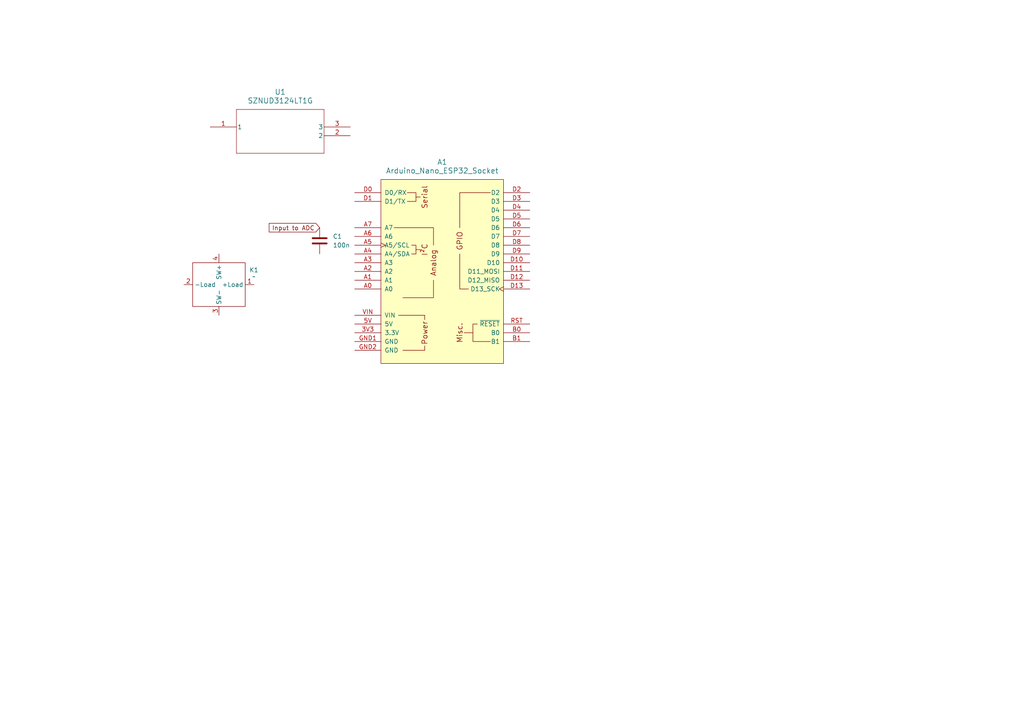
<source format=kicad_sch>
(kicad_sch (version 20231120) (generator "eeschema") (generator_version "8.0")
  (paper "A4")
  (lib_symbols
    (symbol "Device:C" (pin_numbers hide) (pin_names (offset 0.254))
      (property "Reference" "C" (at 0.635 2.54 0))
      (property "Value" "C" (at 0.635 -2.54 0))
      (symbol "C_0_1"
        (polyline (pts (xy -2.032 -0.762) (xy 2.032 -0.762)) (stroke (width 0.508)))
        (polyline (pts (xy -2.032 0.762) (xy 2.032 0.762)) (stroke (width 0.508)))
      )
      (symbol "C_1_1"
        (pin passive line (at 0 3.81 270) (length 2.794) (name "~") (number "1"))
        (pin passive line (at 0 -3.81 90) (length 2.794) (name "~") (number "2"))
      )
    )
    (symbol "PCM_arduino-library:Arduino_Nano_ESP32_Socket" (pin_names (offset 1.016))
      (property "Reference" "A" (at 0 33.02 0))
      (property "Value" "Arduino_Nano_ESP32_Socket" (at 0 29.21 0))
      (symbol "Arduino_Nano_ESP32_Socket_0_0"
        (rectangle (start -17.78 26.67) (end 17.78 -26.67) (fill (type background)))
        (polyline (pts (xy -7.62 6.35) (xy -6.35 6.35)))
        (polyline (pts (xy -7.62 21.59) (xy -6.35 21.59)))
        (polyline (pts (xy 8.89 -17.78) (xy 6.35 -17.78)))
        (polyline (pts (xy -11.43 -22.86) (xy -5.08 -22.86) (xy -5.08 -21.59)))
        (polyline (pts (xy -5.08 -13.97) (xy -5.08 -12.7) (xy -12.7 -12.7)))
        (polyline (pts (xy -10.16 22.86) (xy -7.62 22.86) (xy -7.62 20.32) (xy -10.16 20.32)))
        (polyline (pts (xy -8.89 7.62) (xy -7.62 7.62) (xy -7.62 5.08) (xy -8.89 5.08)))
        (text "Analog" (at -2.54 2.54 900) (effects (font (size 1.524 1.524))))
        (text "I²C" (at -5.08 6.35 900) (effects (font (size 1.524 1.524))))
        (text "Misc." (at 5.08 -17.78 900) (effects (font (size 1.524 1.524))))
        (text "Power" (at -5.08 -17.78 900) (effects (font (size 1.524 1.524))))
        (text "Serial" (at -5.08 21.59 900) (effects (font (size 1.524 1.524))))
      )
      (symbol "Arduino_Nano_ESP32_Socket_0_1"
        (polyline (pts (xy -13.97 12.7) (xy -2.54 12.7) (xy -2.54 7.62)))
        (polyline (pts (xy -11.43 -7.62) (xy -2.54 -7.62) (xy -2.54 -2.54)))
        (polyline (pts (xy 7.62 -5.08) (xy 5.08 -5.08) (xy 5.08 5.08)))
        (polyline (pts (xy 13.97 22.86) (xy 5.08 22.86) (xy 5.08 12.7)))
        (polyline (pts (xy 10.16 -15.24) (xy 8.89 -15.24) (xy 8.89 -20.32) (xy 13.97 -20.32)))
      )
      (symbol "Arduino_Nano_ESP32_Socket_1_0"
        (text "GPIO" (at 5.08 8.89 900) (effects (font (size 1.524 1.524))))
      )
      (symbol "Arduino_Nano_ESP32_Socket_1_1"
        (pin power_out line (at -25.4 -17.78 0) (length 7.62) (name "3.3V") (number "3V3"))
        (pin power_in line (at -25.4 -15.24 0) (length 7.62) (name "5V") (number "5V"))
        (pin bidirectional line (at -25.4 -5.08 0) (length 7.62) (name "A0") (number "A0"))
        (pin bidirectional line (at -25.4 -2.54 0) (length 7.62) (name "A1") (number "A1"))
        (pin bidirectional line (at -25.4 0 0) (length 7.62) (name "A2") (number "A2"))
        (pin bidirectional line (at -25.4 2.54 0) (length 7.62) (name "A3") (number "A3"))
        (pin bidirectional line (at -25.4 5.08 0) (length 7.62) (name "A4/SDA") (number "A4"))
        (pin bidirectional clock (at -25.4 7.62 0) (length 7.62) (name "A5/SCL") (number "A5"))
        (pin input line (at -25.4 10.16 0) (length 7.62) (name "A6") (number "A6"))
        (pin input line (at -25.4 12.7 0) (length 7.62) (name "A7") (number "A7"))
        (pin bidirectional line (at 25.4 -17.78 180) (length 7.62) (name "B0") (number "B0"))
        (pin bidirectional line (at 25.4 -20.32 180) (length 7.62) (name "B1") (number "B1"))
        (pin bidirectional line (at -25.4 22.86 0) (length 7.62) (name "D0/RX") (number "D0"))
        (pin bidirectional line (at -25.4 20.32 0) (length 7.62) (name "D1/TX") (number "D1"))
        (pin bidirectional line (at 25.4 2.54 180) (length 7.62) (name "D10") (number "D10"))
        (pin bidirectional line (at 25.4 0 180) (length 7.62) (name "D11_MOSI") (number "D11"))
        (pin bidirectional line (at 25.4 -2.54 180) (length 7.62) (name "D12_MISO") (number "D12"))
        (pin bidirectional clock (at 25.4 -5.08 180) (length 7.62) (name "D13_SCK") (number "D13"))
        (pin bidirectional line (at 25.4 22.86 180) (length 7.62) (name "D2") (number "D2"))
        (pin bidirectional line (at 25.4 20.32 180) (length 7.62) (name "D3") (number "D3"))
        (pin bidirectional line (at 25.4 17.78 180) (length 7.62) (name "D4") (number "D4"))
        (pin bidirectional line (at 25.4 15.24 180) (length 7.62) (name "D5") (number "D5"))
        (pin bidirectional line (at 25.4 12.7 180) (length 7.62) (name "D6") (number "D6"))
        (pin bidirectional line (at 25.4 10.16 180) (length 7.62) (name "D7") (number "D7"))
        (pin bidirectional line (at 25.4 7.62 180) (length 7.62) (name "D8") (number "D8"))
        (pin bidirectional line (at 25.4 5.08 180) (length 7.62) (name "D9") (number "D9"))
        (pin power_in line (at -25.4 -20.32 0) (length 7.62) (name "GND") (number "GND1"))
        (pin power_in line (at -25.4 -22.86 0) (length 7.62) (name "GND") (number "GND2"))
        (pin open_collector line (at 25.4 -15.24 180) (length 7.62) (name "~{RESET}") (number "RST"))
        (pin power_in line (at -25.4 -12.7 0) (length 7.62) (name "VIN") (number "VIN"))
      )
    )
    (symbol "PrechargeRelays:PreDisRelay"
      (property "Reference" "K" (at -7.874 8.128 0))
      (symbol "PreDisRelay_0_1"
        (rectangle (start -7.62 6.35) (end 7.62 -6.35))
      )
      (symbol "PreDisRelay_1_1"
        (pin input line (at -10.16 0 0) (length 2.54) (name "+Load") (number "1"))
        (pin output line (at 10.16 0 180) (length 2.54) (name "-Load") (number "2"))
        (pin output line (at 0 8.89 270) (length 2.54) (name "SW-") (number "3"))
        (pin input line (at 0 -8.89 90) (length 2.54) (name "SW+") (number "4"))
      )
    )
    (symbol "Relay Driver IC:SZNUD3124LT1G" (pin_names (offset 0.254))
      (property "Reference" "U" (at 20.32 10.16 0))
      (property "Value" "SZNUD3124LT1G" (at 20.32 7.62 0))
      (symbol "SZNUD3124LT1G_0_1"
        (polyline (pts (xy 7.62 -7.62) (xy 33.02 -7.62)) (stroke (width 0.127)))
        (polyline (pts (xy 7.62 5.08) (xy 7.62 -7.62)) (stroke (width 0.127)))
        (polyline (pts (xy 33.02 -7.62) (xy 33.02 5.08)) (stroke (width 0.127)))
        (polyline (pts (xy 33.02 5.08) (xy 7.62 5.08)) (stroke (width 0.127)))
        (pin unspecified line (at 0 0 0) (length 7.62) (name "1") (number "1"))
        (pin unspecified line (at 40.64 -2.54 180) (length 7.62) (name "2") (number "2"))
        (pin unspecified line (at 40.64 0 180) (length 7.62) (name "3") (number "3"))
      )
    )
  )
  (global_label "Input to ADC" (shape input) (at 92.71 66.04 180) (property "Intersheetrefs" "${INTERSHEET_REFS}" (effects (hide yes))))
  (symbol (lib_id "Device:C") (at 92.71 69.85 0) (unit 1)
    (property "Reference" "C1" (at 96.52 68.5799 0) (effects (justify left)))
    (property "Value" "100n" (at 96.52 71.1199 0) (effects (justify left)))
    (property "Description" "Unpolarized capacitor" (effects (hide yes)))
  )
  (symbol (lib_id "Relay Driver IC:SZNUD3124LT1G") (at 60.96 36.83 0) (unit 1)
    (property "Reference" "U1" (at 81.28 26.67 0) (effects (font (size 1.524 1.524))))
    (property "Value" "SZNUD3124LT1G" (at 81.28 29.21 0) (effects (font (size 1.524 1.524))))
    (property "Footprint" "SOT-23_TO-236_318_AT_OSI" (effects (hide yes)))
    (property "Datasheet" "SZNUD3124LT1G" (effects (hide yes)))
  )
  (symbol (lib_id "PrechargeRelays:PreDisRelay") (at 63.5 82.55 180) (unit 1)
    (property "Reference" "K1" (at 73.66 78.3238 0))
    (property "Value" "~" (at 73.66 80.2289 0))
  )
  (symbol (lib_id "PCM_arduino-library:Arduino_Nano_ESP32_Socket") (at 128.27 78.74 0) (unit 1)
    (property "Reference" "A1" (at 128.27 46.99 0) (effects (font (size 1.524 1.524))))
    (property "Value" "Arduino_Nano_ESP32_Socket" (at 128.27 49.53 0) (effects (font (size 1.524 1.524))))
    (property "Footprint" "PCM_arduino-library:Arduino_Nano_ESP32_Socket" (effects (hide yes)))
    (property "Datasheet" "https://docs.arduino.cc/hardware/nano-esp32" (effects (hide yes)))
    (property "Description" "Socket for Arduino Nano ESP32" (effects (hide yes)))
  )
)
</source>
